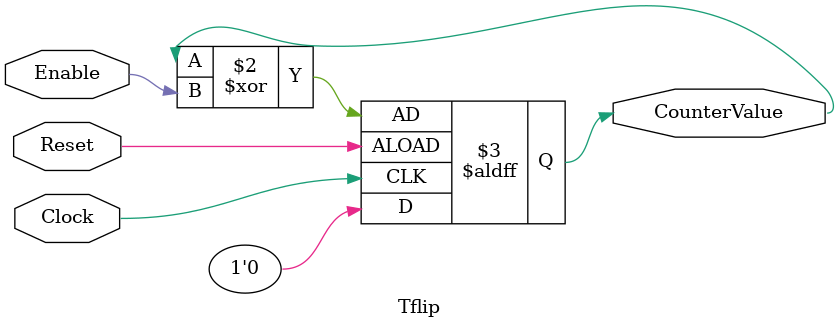
<source format=v>
module part1 (
	input Clock,
	input Enable,
	input Reset,
	output [7:0] CounterValue
);
	wire [6:0] q;
	assign q[0] = Enable & CounterValue[0];
	
	Tflip u1 (.Clock(Clock), .Enable(Enable), .Reset(Reset), .CounterValue(CounterValue[0]));
	
	Tflip u2 (.Clock(Clock), .Enable(q[0]), .Reset(Reset), .CounterValue(CounterValue[1]));
	
	Tflip u3 (.Clock(Clock), .Enable(q[1]), .Reset(Reset), .CounterValue(CounterValue[2]));
	
	Tflip u4 (.Clock(Clock), .Enable(q[2]), .Reset(Reset), .CounterValue(CounterValue[3]));
	
	Tflip u5 (.Clock(Clock), .Enable(q[3]), .Reset(Reset), .CounterValue(CounterValue[4]));
	
	Tflip u6 (.Clock(Clock), .Enable(q[4]), .Reset(Reset), .CounterValue(CounterValue[5]));
	
	Tflip u7 (.Clock(Clock), .Enable(q[5]), .Reset(Reset), .CounterValue(CounterValue[6]));
		
	Tflip u8 (.Clock(Clock), .Enable(q[6]), .Reset(Reset), .CounterValue(CounterValue[7]));	
endmodule

module Tflip (
	input Clock,
	input Enable,
	input Reset,
	output reg CounterValue
);
	
	always @(posedge Clock, negedge Reset) begin
		if (Reset) begin
			CounterValue <= 1'b0;
		end
		
		else begin
			CounterValue <= CounterValue ^ Enable;
		end
	end
endmodule

</source>
